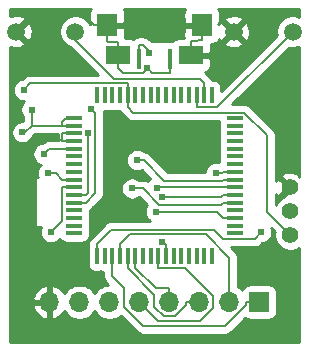
<source format=gbl>
G04 #@! TF.GenerationSoftware,KiCad,Pcbnew,(5.1.9-0-10_14)*
G04 #@! TF.CreationDate,2021-04-11T20:05:45+09:00*
G04 #@! TF.ProjectId,RL78Display,524c3738-4469-4737-906c-61792e6b6963,V1.0*
G04 #@! TF.SameCoordinates,Original*
G04 #@! TF.FileFunction,Copper,L2,Bot*
G04 #@! TF.FilePolarity,Positive*
%FSLAX46Y46*%
G04 Gerber Fmt 4.6, Leading zero omitted, Abs format (unit mm)*
G04 Created by KiCad (PCBNEW (5.1.9-0-10_14)) date 2021-04-11 20:05:45*
%MOMM*%
%LPD*%
G01*
G04 APERTURE LIST*
G04 #@! TA.AperFunction,ComponentPad*
%ADD10C,1.500000*%
G04 #@! TD*
G04 #@! TA.AperFunction,SMDPad,CuDef*
%ADD11R,1.400000X0.300000*%
G04 #@! TD*
G04 #@! TA.AperFunction,SMDPad,CuDef*
%ADD12R,0.300000X1.400000*%
G04 #@! TD*
G04 #@! TA.AperFunction,ComponentPad*
%ADD13C,1.400000*%
G04 #@! TD*
G04 #@! TA.AperFunction,ComponentPad*
%ADD14O,1.700000X1.700000*%
G04 #@! TD*
G04 #@! TA.AperFunction,ComponentPad*
%ADD15R,1.700000X1.700000*%
G04 #@! TD*
G04 #@! TA.AperFunction,SMDPad,CuDef*
%ADD16R,1.800000X1.900000*%
G04 #@! TD*
G04 #@! TA.AperFunction,SMDPad,CuDef*
%ADD17R,2.100000X1.600000*%
G04 #@! TD*
G04 #@! TA.AperFunction,SMDPad,CuDef*
%ADD18R,0.300000X1.750000*%
G04 #@! TD*
G04 #@! TA.AperFunction,ViaPad*
%ADD19C,0.609600*%
G04 #@! TD*
G04 #@! TA.AperFunction,Conductor*
%ADD20C,0.203200*%
G04 #@! TD*
G04 #@! TA.AperFunction,Conductor*
%ADD21C,0.254000*%
G04 #@! TD*
G04 #@! TA.AperFunction,Conductor*
%ADD22C,0.100000*%
G04 #@! TD*
G04 APERTURE END LIST*
D10*
X11700000Y12200000D03*
X6700000Y12200000D03*
X-6700000Y12200000D03*
X-11700000Y12200000D03*
D11*
X-6800000Y-4875000D03*
X-6800000Y-4225000D03*
X-6800000Y-3575000D03*
X-6800000Y-2925000D03*
X-6800000Y-2275000D03*
X-6800000Y-1625000D03*
X-6800000Y-975000D03*
X-6800000Y-325000D03*
X-6800000Y325000D03*
X-6800000Y975000D03*
X-6800000Y1625000D03*
X-6800000Y2275000D03*
X-6800000Y2925000D03*
X-6850000Y3575000D03*
X-6800000Y4225000D03*
X-6800000Y4875000D03*
D12*
X-4875000Y6800000D03*
X-4225000Y6800000D03*
X-3575000Y6800000D03*
X-2925000Y6800000D03*
X-2275000Y6800000D03*
X-1625000Y6800000D03*
X-975000Y6800000D03*
X-325000Y6800000D03*
X325000Y6800000D03*
X975000Y6800000D03*
X1625000Y6800000D03*
X2275000Y6800000D03*
X2925000Y6800000D03*
X3575000Y6800000D03*
X4225000Y6800000D03*
X4875000Y6800000D03*
D11*
X6800000Y4875000D03*
X6800000Y4225000D03*
X6800000Y3575000D03*
X6800000Y2925000D03*
X6800000Y2275000D03*
X6800000Y1625000D03*
X6800000Y975000D03*
X6800000Y325000D03*
X6800000Y-325000D03*
X6800000Y-975000D03*
X6800000Y-1625000D03*
X6800000Y-2275000D03*
X6800000Y-2925000D03*
X6800000Y-3575000D03*
X6800000Y-4225000D03*
X6800000Y-4875000D03*
D12*
X4875000Y-6800000D03*
X4225000Y-6800000D03*
X3575000Y-6800000D03*
X2925000Y-6800000D03*
X2275000Y-6800000D03*
X1625000Y-6800000D03*
X975000Y-6800000D03*
X325000Y-6800000D03*
X-325000Y-6800000D03*
X-975000Y-6800000D03*
X-1625000Y-6800000D03*
X-2275000Y-6800000D03*
X-2925000Y-6800000D03*
X-3575000Y-6800000D03*
X-4225000Y-6800000D03*
X-4875000Y-6800000D03*
D13*
X11500000Y-5000000D03*
X11500000Y-3000000D03*
X11500000Y-1000000D03*
D14*
X-8890000Y-10700000D03*
X-6350000Y-10700000D03*
X-3810000Y-10700000D03*
X-1270000Y-10700000D03*
X1270000Y-10700000D03*
X3810000Y-10700000D03*
X6350000Y-10700000D03*
D15*
X8890000Y-10700000D03*
D16*
X4000000Y12750000D03*
X-4000000Y12750000D03*
D17*
X3100000Y10200000D03*
X-3100000Y10200000D03*
D18*
X1300000Y9900000D03*
X-1300000Y9875000D03*
D19*
X-9000000Y218800D03*
X-8780000Y-4780000D03*
X-11068800Y7268200D03*
X-422100Y10360300D03*
X-5328700Y5606600D03*
X-5636000Y3575000D03*
X681700Y-5584800D03*
X-1473600Y1314600D03*
X-1886600Y-1084800D03*
X103800Y-3039600D03*
X634800Y-1790200D03*
X181400Y-1013200D03*
X5216700Y237500D03*
X9025500Y-4795400D03*
X-628900Y9130200D03*
X-11175600Y3674400D03*
X-10400000Y5600000D03*
X-9388900Y1838900D03*
D20*
X-7805100Y-325000D02*
X-8348900Y218800D01*
X-8348900Y218800D02*
X-9000000Y218800D01*
X-6800000Y-325000D02*
X-7805100Y-325000D01*
X-7805100Y-975000D02*
X-6800000Y-975000D01*
X-7805100Y-3805100D02*
X-7805100Y-975000D01*
X-8780000Y-4780000D02*
X-7805100Y-3805100D01*
X-2275000Y6800000D02*
X-2275000Y5794900D01*
X-2275000Y5794900D02*
X-1810300Y5330200D01*
X-1810300Y5330200D02*
X7626400Y5330200D01*
X7626400Y5330200D02*
X9550100Y3406500D01*
X9550100Y3406500D02*
X9550100Y-3050100D01*
X9550100Y-3050100D02*
X11500000Y-5000000D01*
X-2275000Y7302600D02*
X-2275000Y6800000D01*
X-2275000Y7302600D02*
X-2275000Y7805100D01*
X-2275000Y7805100D02*
X-10531900Y7805100D01*
X-10531900Y7805100D02*
X-11068800Y7268200D01*
X-1300000Y9875000D02*
X-1300000Y11055100D01*
X-1300000Y11055100D02*
X-958600Y11055100D01*
X-958600Y11055100D02*
X-422200Y10518700D01*
X-422200Y10518700D02*
X-422200Y10360300D01*
X-422200Y10360300D02*
X-422100Y10360300D01*
X-6800000Y-2275000D02*
X-5794900Y-2275000D01*
X-5328700Y5606600D02*
X-5020400Y5298300D01*
X-5020400Y5298300D02*
X-5020400Y-1500500D01*
X-5020400Y-1500500D02*
X-5794900Y-2275000D01*
X-6800000Y-1625000D02*
X-5794900Y-1625000D01*
X-5636000Y3575000D02*
X-5636000Y-1466100D01*
X-5636000Y-1466100D02*
X-5794900Y-1625000D01*
X975000Y-6800000D02*
X975000Y-5794900D01*
X975000Y-5794900D02*
X891800Y-5794900D01*
X891800Y-5794900D02*
X681700Y-5584800D01*
X325000Y-7805100D02*
X2560000Y-7805100D01*
X2560000Y-7805100D02*
X4982500Y-10227600D01*
X4982500Y-10227600D02*
X4982500Y-11196500D01*
X4982500Y-11196500D02*
X3879100Y-12299900D01*
X3879100Y-12299900D02*
X329900Y-12299900D01*
X329900Y-12299900D02*
X-1270000Y-10700000D01*
X325000Y-6800000D02*
X325000Y-7805100D01*
X-1625000Y-6800000D02*
X-1625000Y-7805100D01*
X1270000Y-10700000D02*
X1270000Y-9544900D01*
X1270000Y-9544900D02*
X114800Y-9544900D01*
X114800Y-9544900D02*
X-1625000Y-7805100D01*
X-2275000Y-7805100D02*
X0Y-10080100D01*
X0Y-10080100D02*
X0Y-11084500D01*
X0Y-11084500D02*
X800900Y-11885400D01*
X800900Y-11885400D02*
X1758300Y-11885400D01*
X1758300Y-11885400D02*
X2654900Y-10988800D01*
X2654900Y-10988800D02*
X2654900Y-10700000D01*
X-2275000Y-6800000D02*
X-2275000Y-7805100D01*
X3810000Y-10700000D02*
X2654900Y-10700000D01*
X-2925000Y-5794900D02*
X-2098200Y-4968100D01*
X-2098200Y-4968100D02*
X4357600Y-4968100D01*
X4357600Y-4968100D02*
X6350000Y-6960500D01*
X6350000Y-6960500D02*
X6350000Y-10700000D01*
X-2925000Y-6800000D02*
X-2925000Y-5794900D01*
X8890000Y-10700000D02*
X7734900Y-10700000D01*
X7734900Y-10700000D02*
X7734900Y-10988800D01*
X7734900Y-10988800D02*
X5984300Y-12739400D01*
X5984300Y-12739400D02*
X-929600Y-12739400D01*
X-929600Y-12739400D02*
X-2573300Y-11095700D01*
X-2573300Y-11095700D02*
X-2573300Y-9511800D01*
X-2573300Y-9511800D02*
X-3575000Y-8510100D01*
X-3575000Y-8510100D02*
X-3575000Y-6800000D01*
X5794900Y-325000D02*
X5697500Y-422400D01*
X5697500Y-422400D02*
X850000Y-422400D01*
X850000Y-422400D02*
X-887000Y1314600D01*
X-887000Y1314600D02*
X-1473600Y1314600D01*
X6800000Y-325000D02*
X5794900Y-325000D01*
X6800000Y-2275000D02*
X5794900Y-2275000D01*
X5794900Y-2275000D02*
X5600100Y-2469800D01*
X5600100Y-2469800D02*
X396700Y-2469800D01*
X396700Y-2469800D02*
X-988200Y-1084900D01*
X-988200Y-1084900D02*
X-1886600Y-1084900D01*
X-1886600Y-1084900D02*
X-1886600Y-1084800D01*
X5794900Y-3575000D02*
X5259500Y-3039600D01*
X5259500Y-3039600D02*
X103800Y-3039600D01*
X6800000Y-3575000D02*
X5794900Y-3575000D01*
X6800000Y-1625000D02*
X5794900Y-1625000D01*
X634800Y-1790200D02*
X5629700Y-1790200D01*
X5629700Y-1790200D02*
X5794900Y-1625000D01*
X6800000Y-975000D02*
X219600Y-975000D01*
X219600Y-975000D02*
X181400Y-1013200D01*
X6800000Y325000D02*
X5794900Y325000D01*
X5216700Y237500D02*
X5707400Y237500D01*
X5707400Y237500D02*
X5794900Y325000D01*
X-4875000Y-6800000D02*
X-4875000Y-5794900D01*
X9025500Y-4795400D02*
X8490700Y-5330200D01*
X8490700Y-5330200D02*
X5794800Y-5330200D01*
X5794800Y-5330200D02*
X5025900Y-4561300D01*
X5025900Y-4561300D02*
X-3641400Y-4561300D01*
X-3641400Y-4561300D02*
X-4875000Y-5794900D01*
X4225000Y6800000D02*
X4225000Y7805100D01*
X4225000Y7805100D02*
X3818200Y8211900D01*
X3818200Y8211900D02*
X-3413100Y8211900D01*
X-3413100Y8211900D02*
X-6700000Y11498800D01*
X-6700000Y11498800D02*
X-6700000Y12200000D01*
X3575000Y6800000D02*
X3575000Y5794900D01*
X3575000Y5794900D02*
X5294900Y5794900D01*
X5294900Y5794900D02*
X11700000Y12200000D01*
X-6800000Y2925000D02*
X-7805100Y2925000D01*
X-7855100Y3036800D02*
X-7805100Y2986800D01*
X-7805100Y2986800D02*
X-7805100Y2925000D01*
X-10032500Y3036800D02*
X-7855100Y3036800D01*
X-7855100Y3036800D02*
X-7855100Y3575000D01*
X-11700000Y12200000D02*
X-11799400Y12100600D01*
X-6850000Y3575000D02*
X-7855100Y3575000D01*
X-577600Y9078900D02*
X-628900Y9130200D01*
X1300000Y8719900D02*
X-218600Y8719900D01*
X-218600Y8719900D02*
X-577600Y9078900D01*
X-577600Y9078900D02*
X-981500Y8675000D01*
X-981500Y8675000D02*
X-2680100Y8675000D01*
X-2680100Y8675000D02*
X-3100000Y9094900D01*
X-3100000Y10200000D02*
X-3100000Y9094900D01*
X-3100000Y10200000D02*
X-3100000Y11305100D01*
X1300000Y9900000D02*
X1300000Y8719900D01*
X1300000Y9928600D02*
X1300000Y9900000D01*
X4000000Y12750000D02*
X4000000Y11494900D01*
X3717400Y11494900D02*
X4000000Y11494900D01*
X4000000Y12750000D02*
X-4000000Y12750000D01*
X3100000Y10200000D02*
X3100000Y11400000D01*
X3622500Y11400000D02*
X3717400Y11494900D01*
X3100000Y11400000D02*
X3622500Y11400000D01*
X-4000000Y12750000D02*
X-4000000Y11400000D01*
X-3905100Y11305100D02*
X-3100000Y11305100D01*
X-4000000Y11400000D02*
X-3905100Y11305100D01*
X-11700000Y12200000D02*
X-10700000Y11200000D01*
X-10700000Y11200000D02*
X-10700000Y10000000D01*
X-4000000Y12750000D02*
X-5150000Y12750000D01*
X-5150000Y12750000D02*
X-6300000Y13900000D01*
X-10000000Y13900000D02*
X-11700000Y12200000D01*
X-6300000Y13900000D02*
X-10000000Y13900000D01*
X-10700000Y10000000D02*
X-12200000Y8500000D01*
X-12200000Y8500000D02*
X-12200000Y2600000D01*
X-10469300Y2600000D02*
X-10032500Y3036800D01*
X-12200000Y2600000D02*
X-10469300Y2600000D01*
X-8890000Y-9210000D02*
X-10469300Y-7630700D01*
X-10469300Y-7630700D02*
X-10469300Y2600000D01*
X-8890000Y-10700000D02*
X-8890000Y-9210000D01*
X-10400000Y4225000D02*
X-10950600Y3674400D01*
X-10950600Y3674400D02*
X-11175600Y3674400D01*
X-10400000Y4225000D02*
X-10400000Y5600000D01*
X-7805100Y4225000D02*
X-10400000Y4225000D01*
X-6800000Y4225000D02*
X-7805100Y4225000D01*
X-7302500Y4875000D02*
X-7496500Y4875000D01*
X-7496500Y4875000D02*
X-7805100Y4566400D01*
X-7805100Y4566400D02*
X-7805100Y4225000D01*
X-6800000Y4875000D02*
X-7302500Y4875000D01*
X-6800000Y2275000D02*
X-8952800Y2275000D01*
X-8952800Y2275000D02*
X-9388900Y1838900D01*
D21*
X-5430537Y14054494D02*
X-5489502Y13944180D01*
X-5525812Y13824482D01*
X-5538072Y13700000D01*
X-5535000Y13035750D01*
X-5376252Y12877002D01*
X-5486633Y12877002D01*
X-5624201Y13082886D01*
X-5817114Y13275799D01*
X-6043957Y13427371D01*
X-6296011Y13531775D01*
X-6563589Y13585000D01*
X-6836411Y13585000D01*
X-7103989Y13531775D01*
X-7356043Y13427371D01*
X-7582886Y13275799D01*
X-7775799Y13082886D01*
X-7927371Y12856043D01*
X-8031775Y12603989D01*
X-8085000Y12336411D01*
X-8085000Y12063589D01*
X-8031775Y11796011D01*
X-7927371Y11543957D01*
X-7775799Y11317114D01*
X-7582886Y11124201D01*
X-7356043Y10972629D01*
X-7116186Y10873277D01*
X-4784610Y8541700D01*
X-10495725Y8541700D01*
X-10531901Y8545263D01*
X-10568077Y8541700D01*
X-10568086Y8541700D01*
X-10676299Y8531042D01*
X-10815149Y8488922D01*
X-10943113Y8420524D01*
X-10943115Y8420523D01*
X-10943114Y8420523D01*
X-11021371Y8356299D01*
X-11055275Y8328475D01*
X-11078341Y8300368D01*
X-11173031Y8205679D01*
X-11342929Y8171884D01*
X-11513962Y8101040D01*
X-11667887Y7998190D01*
X-11798790Y7867287D01*
X-11901640Y7713362D01*
X-11972484Y7542329D01*
X-12008600Y7360762D01*
X-12008600Y7175638D01*
X-11972484Y6994071D01*
X-11901640Y6823038D01*
X-11798790Y6669113D01*
X-11667887Y6538210D01*
X-11513962Y6435360D01*
X-11342929Y6364516D01*
X-11161362Y6328400D01*
X-11000677Y6328400D01*
X-11129990Y6199087D01*
X-11232840Y6045162D01*
X-11303684Y5874129D01*
X-11339800Y5692562D01*
X-11339800Y5507438D01*
X-11303684Y5325871D01*
X-11232840Y5154838D01*
X-11136599Y5010805D01*
X-11136600Y4614200D01*
X-11268162Y4614200D01*
X-11449729Y4578084D01*
X-11620762Y4507240D01*
X-11774687Y4404390D01*
X-11905590Y4273487D01*
X-12008440Y4119562D01*
X-12079284Y3948529D01*
X-12115400Y3766962D01*
X-12115400Y3581838D01*
X-12079284Y3400271D01*
X-12008440Y3229238D01*
X-11905590Y3075313D01*
X-11774687Y2944410D01*
X-11620762Y2841560D01*
X-11449729Y2770716D01*
X-11268162Y2734600D01*
X-11083038Y2734600D01*
X-10901471Y2770716D01*
X-10730438Y2841560D01*
X-10576513Y2944410D01*
X-10445610Y3075313D01*
X-10342760Y3229238D01*
X-10334775Y3248516D01*
X-10094890Y3488400D01*
X-8185000Y3488400D01*
X-8185000Y3447998D01*
X-8130252Y3447998D01*
X-8185000Y3393250D01*
X-8173794Y3290771D01*
X-8135621Y3171654D01*
X-8129174Y3160032D01*
X-8135000Y3106750D01*
X-8080252Y3052002D01*
X-8135000Y3052002D01*
X-8135000Y3011600D01*
X-8916614Y3011600D01*
X-8952800Y3015164D01*
X-8988986Y3011600D01*
X-9097199Y3000942D01*
X-9236049Y2958822D01*
X-9364013Y2890424D01*
X-9476175Y2798375D01*
X-9494441Y2776118D01*
X-9663029Y2742584D01*
X-9834062Y2671740D01*
X-9987987Y2568890D01*
X-10118890Y2437987D01*
X-10221740Y2284062D01*
X-10292584Y2113029D01*
X-10328700Y1931462D01*
X-10328700Y1746338D01*
X-10292584Y1564771D01*
X-10221740Y1393738D01*
X-10118890Y1239813D01*
X-9987987Y1108910D01*
X-9834062Y1006060D01*
X-9663029Y935216D01*
X-9621018Y926859D01*
X-9729990Y817887D01*
X-9832840Y663962D01*
X-9903684Y492929D01*
X-9939800Y311362D01*
X-9939800Y126238D01*
X-9903684Y-55329D01*
X-9896364Y-73000D01*
X-10000000Y-73000D01*
X-10024776Y-75440D01*
X-10048601Y-82667D01*
X-10070557Y-94403D01*
X-10089803Y-110197D01*
X-10105597Y-129443D01*
X-10117333Y-151399D01*
X-10124560Y-175224D01*
X-10127000Y-200000D01*
X-10127000Y-4200000D01*
X-10124560Y-4224776D01*
X-10117333Y-4248601D01*
X-10105597Y-4270557D01*
X-10089803Y-4289803D01*
X-10070557Y-4305597D01*
X-10048601Y-4317333D01*
X-10024776Y-4324560D01*
X-10000000Y-4327000D01*
X-9607603Y-4327000D01*
X-9612840Y-4334838D01*
X-9683684Y-4505871D01*
X-9719800Y-4687438D01*
X-9719800Y-4872562D01*
X-9683684Y-5054129D01*
X-9612840Y-5225162D01*
X-9509990Y-5379087D01*
X-9379087Y-5509990D01*
X-9225162Y-5612840D01*
X-9054129Y-5683684D01*
X-8872562Y-5719800D01*
X-8687438Y-5719800D01*
X-8505871Y-5683684D01*
X-8334838Y-5612840D01*
X-8180913Y-5509990D01*
X-8050010Y-5379087D01*
X-8039312Y-5363077D01*
X-8030537Y-5379494D01*
X-7951185Y-5476185D01*
X-7854494Y-5555537D01*
X-7744180Y-5614502D01*
X-7624482Y-5650812D01*
X-7500000Y-5663072D01*
X-6100000Y-5663072D01*
X-5975518Y-5650812D01*
X-5855820Y-5614502D01*
X-5745506Y-5555537D01*
X-5648815Y-5476185D01*
X-5569463Y-5379494D01*
X-5510498Y-5269180D01*
X-5474188Y-5149482D01*
X-5461928Y-5025000D01*
X-5461928Y-4725000D01*
X-5474188Y-4600518D01*
X-5489512Y-4550000D01*
X-5474188Y-4499482D01*
X-5461928Y-4375000D01*
X-5461928Y-4075000D01*
X-5474188Y-3950518D01*
X-5489512Y-3900000D01*
X-5474188Y-3849482D01*
X-5461928Y-3725000D01*
X-5461928Y-3425000D01*
X-5474188Y-3300518D01*
X-5489512Y-3250000D01*
X-5474188Y-3199482D01*
X-5461928Y-3075000D01*
X-5461928Y-2932245D01*
X-5383687Y-2890424D01*
X-5271525Y-2798375D01*
X-5248454Y-2770263D01*
X-4525137Y-2046946D01*
X-4497025Y-2023875D01*
X-4404976Y-1911713D01*
X-4336578Y-1783749D01*
X-4294458Y-1644899D01*
X-4283800Y-1536686D01*
X-4283800Y-1536677D01*
X-4280237Y-1500501D01*
X-4283800Y-1464325D01*
X-4283800Y5262125D01*
X-4280237Y5298301D01*
X-4283800Y5334477D01*
X-4283800Y5334486D01*
X-4294458Y5442699D01*
X-4300291Y5461928D01*
X-4075000Y5461928D01*
X-3950518Y5474188D01*
X-3900000Y5489512D01*
X-3849482Y5474188D01*
X-3725000Y5461928D01*
X-3425000Y5461928D01*
X-3300518Y5474188D01*
X-3250000Y5489512D01*
X-3199482Y5474188D01*
X-3075000Y5461928D01*
X-2932244Y5461928D01*
X-2890424Y5383688D01*
X-2846527Y5330200D01*
X-2798374Y5271525D01*
X-2770268Y5248459D01*
X-2356746Y4834937D01*
X-2333675Y4806825D01*
X-2221513Y4714776D01*
X-2093549Y4646378D01*
X-1954699Y4604258D01*
X-1846486Y4593600D01*
X-1846477Y4593600D01*
X-1810301Y4590037D01*
X-1774125Y4593600D01*
X5476287Y4593600D01*
X5489512Y4550000D01*
X5474188Y4499482D01*
X5461928Y4375000D01*
X5461928Y4075000D01*
X5474188Y3950518D01*
X5489512Y3900000D01*
X5474188Y3849482D01*
X5461928Y3725000D01*
X5461928Y3425000D01*
X5474188Y3300518D01*
X5489512Y3250000D01*
X5474188Y3199482D01*
X5461928Y3075000D01*
X5461928Y2775000D01*
X5474188Y2650518D01*
X5489512Y2600000D01*
X5474188Y2549482D01*
X5461928Y2425000D01*
X5461928Y2125000D01*
X5474188Y2000518D01*
X5489512Y1950000D01*
X5474188Y1899482D01*
X5461928Y1775000D01*
X5461928Y1475000D01*
X5474188Y1350518D01*
X5489512Y1300000D01*
X5474188Y1249482D01*
X5464047Y1146511D01*
X5309262Y1177300D01*
X5124138Y1177300D01*
X4942571Y1141184D01*
X4771538Y1070340D01*
X4617613Y967490D01*
X4486710Y836587D01*
X4383860Y682662D01*
X4313016Y511629D01*
X4276900Y330062D01*
X4276900Y314200D01*
X1155110Y314200D01*
X-340555Y1809864D01*
X-363625Y1837975D01*
X-475787Y1930024D01*
X-603751Y1998422D01*
X-742601Y2040542D01*
X-850814Y2051200D01*
X-850817Y2051200D01*
X-887000Y2054764D01*
X-889387Y2054529D01*
X-1028438Y2147440D01*
X-1199471Y2218284D01*
X-1381038Y2254400D01*
X-1566162Y2254400D01*
X-1747729Y2218284D01*
X-1918762Y2147440D01*
X-2072687Y2044590D01*
X-2203590Y1913687D01*
X-2306440Y1759762D01*
X-2377284Y1588729D01*
X-2413400Y1407162D01*
X-2413400Y1222038D01*
X-2377284Y1040471D01*
X-2306440Y869438D01*
X-2203590Y715513D01*
X-2072687Y584610D01*
X-1918762Y481760D01*
X-1747729Y410916D01*
X-1566162Y374800D01*
X-1381038Y374800D01*
X-1199471Y410916D01*
X-1076119Y462010D01*
X-365662Y-248448D01*
X-417687Y-283210D01*
X-548590Y-414113D01*
X-583321Y-466091D01*
X-704951Y-401078D01*
X-843801Y-358958D01*
X-952014Y-348300D01*
X-952017Y-348300D01*
X-988200Y-344736D01*
X-1024383Y-348300D01*
X-1297256Y-348300D01*
X-1441438Y-251960D01*
X-1612471Y-181116D01*
X-1794038Y-145000D01*
X-1979162Y-145000D01*
X-2160729Y-181116D01*
X-2331762Y-251960D01*
X-2485687Y-354810D01*
X-2616590Y-485713D01*
X-2719440Y-639638D01*
X-2790284Y-810671D01*
X-2826400Y-992238D01*
X-2826400Y-1177362D01*
X-2790284Y-1358929D01*
X-2719440Y-1529962D01*
X-2616590Y-1683887D01*
X-2485687Y-1814790D01*
X-2331762Y-1917640D01*
X-2160729Y-1988484D01*
X-1979162Y-2024600D01*
X-1794038Y-2024600D01*
X-1612471Y-1988484D01*
X-1441438Y-1917640D01*
X-1297555Y-1821500D01*
X-1293309Y-1821500D01*
X-645459Y-2469350D01*
X-729040Y-2594438D01*
X-799884Y-2765471D01*
X-836000Y-2947038D01*
X-836000Y-3132162D01*
X-799884Y-3313729D01*
X-729040Y-3484762D01*
X-626190Y-3638687D01*
X-495287Y-3769590D01*
X-412810Y-3824700D01*
X-3605214Y-3824700D01*
X-3641400Y-3821136D01*
X-3677586Y-3824700D01*
X-3785799Y-3835358D01*
X-3924649Y-3877478D01*
X-4052613Y-3945876D01*
X-4164775Y-4037925D01*
X-4187841Y-4066031D01*
X-5370268Y-5248459D01*
X-5398374Y-5271525D01*
X-5421440Y-5299631D01*
X-5421442Y-5299633D01*
X-5490424Y-5383688D01*
X-5558822Y-5511653D01*
X-5562377Y-5523374D01*
X-5600940Y-5650500D01*
X-5600941Y-5650502D01*
X-5615164Y-5794900D01*
X-5611599Y-5831093D01*
X-5611599Y-5850389D01*
X-5614502Y-5855820D01*
X-5650812Y-5975518D01*
X-5663072Y-6100000D01*
X-5663072Y-7500000D01*
X-5650812Y-7624482D01*
X-5614502Y-7744180D01*
X-5555537Y-7854494D01*
X-5476185Y-7951185D01*
X-5379494Y-8030537D01*
X-5269180Y-8089502D01*
X-5149482Y-8125812D01*
X-5025000Y-8138072D01*
X-4725000Y-8138072D01*
X-4600518Y-8125812D01*
X-4550000Y-8110488D01*
X-4499482Y-8125812D01*
X-4375000Y-8138072D01*
X-4311600Y-8138072D01*
X-4311600Y-8473916D01*
X-4315164Y-8510100D01*
X-4311600Y-8546283D01*
X-4311600Y-8546285D01*
X-4300942Y-8654498D01*
X-4258822Y-8793348D01*
X-4190424Y-8921312D01*
X-4098375Y-9033474D01*
X-4070268Y-9056541D01*
X-3911809Y-9215000D01*
X-3956260Y-9215000D01*
X-4243158Y-9272068D01*
X-4513411Y-9384010D01*
X-4756632Y-9546525D01*
X-4963475Y-9753368D01*
X-5080000Y-9927760D01*
X-5196525Y-9753368D01*
X-5403368Y-9546525D01*
X-5646589Y-9384010D01*
X-5916842Y-9272068D01*
X-6203740Y-9215000D01*
X-6496260Y-9215000D01*
X-6783158Y-9272068D01*
X-7053411Y-9384010D01*
X-7296632Y-9546525D01*
X-7503475Y-9753368D01*
X-7625195Y-9935534D01*
X-7694822Y-9818645D01*
X-7889731Y-9602412D01*
X-8123080Y-9428359D01*
X-8385901Y-9303175D01*
X-8533110Y-9258524D01*
X-8763000Y-9379845D01*
X-8763000Y-10573000D01*
X-8743000Y-10573000D01*
X-8743000Y-10827000D01*
X-8763000Y-10827000D01*
X-8763000Y-12020155D01*
X-8533110Y-12141476D01*
X-8385901Y-12096825D01*
X-8123080Y-11971641D01*
X-7889731Y-11797588D01*
X-7694822Y-11581355D01*
X-7625195Y-11464466D01*
X-7503475Y-11646632D01*
X-7296632Y-11853475D01*
X-7053411Y-12015990D01*
X-6783158Y-12127932D01*
X-6496260Y-12185000D01*
X-6203740Y-12185000D01*
X-5916842Y-12127932D01*
X-5646589Y-12015990D01*
X-5403368Y-11853475D01*
X-5196525Y-11646632D01*
X-5080000Y-11472240D01*
X-4963475Y-11646632D01*
X-4756632Y-11853475D01*
X-4513411Y-12015990D01*
X-4243158Y-12127932D01*
X-3956260Y-12185000D01*
X-3663740Y-12185000D01*
X-3376842Y-12127932D01*
X-3106589Y-12015990D01*
X-2863368Y-11853475D01*
X-2860301Y-11850408D01*
X-1476041Y-13234669D01*
X-1452975Y-13262775D01*
X-1340813Y-13354824D01*
X-1212849Y-13423222D01*
X-1074002Y-13465341D01*
X-1073999Y-13465342D01*
X-929600Y-13479564D01*
X-893414Y-13476000D01*
X5948117Y-13476000D01*
X5984300Y-13479564D01*
X6020483Y-13476000D01*
X6020486Y-13476000D01*
X6128699Y-13465342D01*
X6267549Y-13423222D01*
X6395513Y-13354824D01*
X6507675Y-13262775D01*
X6530745Y-13234664D01*
X7685158Y-12080252D01*
X7685506Y-12080537D01*
X7795820Y-12139502D01*
X7915518Y-12175812D01*
X8040000Y-12188072D01*
X9740000Y-12188072D01*
X9864482Y-12175812D01*
X9984180Y-12139502D01*
X10094494Y-12080537D01*
X10191185Y-12001185D01*
X10270537Y-11904494D01*
X10329502Y-11794180D01*
X10365812Y-11674482D01*
X10378072Y-11550000D01*
X10378072Y-9850000D01*
X10365812Y-9725518D01*
X10329502Y-9605820D01*
X10270537Y-9495506D01*
X10191185Y-9398815D01*
X10094494Y-9319463D01*
X9984180Y-9260498D01*
X9864482Y-9224188D01*
X9740000Y-9211928D01*
X8040000Y-9211928D01*
X7915518Y-9224188D01*
X7795820Y-9260498D01*
X7685506Y-9319463D01*
X7588815Y-9398815D01*
X7509463Y-9495506D01*
X7450498Y-9605820D01*
X7428487Y-9678380D01*
X7296632Y-9546525D01*
X7086600Y-9406186D01*
X7086600Y-6996675D01*
X7090163Y-6960499D01*
X7086600Y-6924323D01*
X7086600Y-6924314D01*
X7075942Y-6816101D01*
X7033822Y-6677251D01*
X6965424Y-6549287D01*
X6915524Y-6488484D01*
X6896442Y-6465232D01*
X6896437Y-6465227D01*
X6873374Y-6437125D01*
X6845273Y-6414063D01*
X6498010Y-6066800D01*
X8454517Y-6066800D01*
X8490700Y-6070364D01*
X8526883Y-6066800D01*
X8526886Y-6066800D01*
X8635099Y-6056142D01*
X8773949Y-6014022D01*
X8901913Y-5945624D01*
X9014075Y-5853575D01*
X9037146Y-5825463D01*
X9129730Y-5732879D01*
X9299629Y-5699084D01*
X9470662Y-5628240D01*
X9624587Y-5525390D01*
X9755490Y-5394487D01*
X9858340Y-5240562D01*
X9929184Y-5069529D01*
X9965300Y-4887962D01*
X9965300Y-4702838D01*
X9929184Y-4521271D01*
X9893562Y-4435271D01*
X10191845Y-4733555D01*
X10165000Y-4868514D01*
X10165000Y-5131486D01*
X10216304Y-5389405D01*
X10316939Y-5632359D01*
X10463038Y-5851013D01*
X10648987Y-6036962D01*
X10867641Y-6183061D01*
X11110595Y-6283696D01*
X11368514Y-6335000D01*
X11631486Y-6335000D01*
X11889405Y-6283696D01*
X12132359Y-6183061D01*
X12240001Y-6111138D01*
X12240001Y-14090000D01*
X-12240000Y-14090000D01*
X-12240000Y-11056891D01*
X-10331481Y-11056891D01*
X-10234157Y-11331252D01*
X-10085178Y-11581355D01*
X-9890269Y-11797588D01*
X-9656920Y-11971641D01*
X-9394099Y-12096825D01*
X-9246890Y-12141476D01*
X-9017000Y-12020155D01*
X-9017000Y-10827000D01*
X-10210814Y-10827000D01*
X-10331481Y-11056891D01*
X-12240000Y-11056891D01*
X-12240000Y-10343109D01*
X-10331481Y-10343109D01*
X-10210814Y-10573000D01*
X-9017000Y-10573000D01*
X-9017000Y-9379845D01*
X-9246890Y-9258524D01*
X-9394099Y-9303175D01*
X-9656920Y-9428359D01*
X-9890269Y-9602412D01*
X-10085178Y-9818645D01*
X-10234157Y-10068748D01*
X-10331481Y-10343109D01*
X-12240000Y-10343109D01*
X-12240000Y10923490D01*
X-12164884Y10888240D01*
X-11900040Y10822750D01*
X-11627508Y10810188D01*
X-11357762Y10851035D01*
X-11101168Y10943723D01*
X-10988137Y11004140D01*
X-10922612Y11243007D01*
X-11700000Y12020395D01*
X-11714143Y12006253D01*
X-11893748Y12185858D01*
X-11879605Y12200000D01*
X-11520395Y12200000D01*
X-10743007Y11422612D01*
X-10504140Y11488137D01*
X-10388240Y11735116D01*
X-10322750Y11999960D01*
X-10310188Y12272492D01*
X-10351035Y12542238D01*
X-10443723Y12798832D01*
X-10504140Y12911863D01*
X-10743007Y12977388D01*
X-11520395Y12200000D01*
X-11879605Y12200000D01*
X-11893748Y12214143D01*
X-11714143Y12393748D01*
X-11700000Y12379605D01*
X-10922612Y13156993D01*
X-10988137Y13395860D01*
X-11235116Y13511760D01*
X-11499960Y13577250D01*
X-11772492Y13589812D01*
X-12042238Y13548965D01*
X-12240000Y13477529D01*
X-12240000Y14090000D01*
X-5401398Y14090000D01*
X-5430537Y14054494D01*
G04 #@! TA.AperFunction,Conductor*
D22*
G36*
X-5430537Y14054494D02*
G01*
X-5489502Y13944180D01*
X-5525812Y13824482D01*
X-5538072Y13700000D01*
X-5535000Y13035750D01*
X-5376252Y12877002D01*
X-5486633Y12877002D01*
X-5624201Y13082886D01*
X-5817114Y13275799D01*
X-6043957Y13427371D01*
X-6296011Y13531775D01*
X-6563589Y13585000D01*
X-6836411Y13585000D01*
X-7103989Y13531775D01*
X-7356043Y13427371D01*
X-7582886Y13275799D01*
X-7775799Y13082886D01*
X-7927371Y12856043D01*
X-8031775Y12603989D01*
X-8085000Y12336411D01*
X-8085000Y12063589D01*
X-8031775Y11796011D01*
X-7927371Y11543957D01*
X-7775799Y11317114D01*
X-7582886Y11124201D01*
X-7356043Y10972629D01*
X-7116186Y10873277D01*
X-4784610Y8541700D01*
X-10495725Y8541700D01*
X-10531901Y8545263D01*
X-10568077Y8541700D01*
X-10568086Y8541700D01*
X-10676299Y8531042D01*
X-10815149Y8488922D01*
X-10943113Y8420524D01*
X-10943115Y8420523D01*
X-10943114Y8420523D01*
X-11021371Y8356299D01*
X-11055275Y8328475D01*
X-11078341Y8300368D01*
X-11173031Y8205679D01*
X-11342929Y8171884D01*
X-11513962Y8101040D01*
X-11667887Y7998190D01*
X-11798790Y7867287D01*
X-11901640Y7713362D01*
X-11972484Y7542329D01*
X-12008600Y7360762D01*
X-12008600Y7175638D01*
X-11972484Y6994071D01*
X-11901640Y6823038D01*
X-11798790Y6669113D01*
X-11667887Y6538210D01*
X-11513962Y6435360D01*
X-11342929Y6364516D01*
X-11161362Y6328400D01*
X-11000677Y6328400D01*
X-11129990Y6199087D01*
X-11232840Y6045162D01*
X-11303684Y5874129D01*
X-11339800Y5692562D01*
X-11339800Y5507438D01*
X-11303684Y5325871D01*
X-11232840Y5154838D01*
X-11136599Y5010805D01*
X-11136600Y4614200D01*
X-11268162Y4614200D01*
X-11449729Y4578084D01*
X-11620762Y4507240D01*
X-11774687Y4404390D01*
X-11905590Y4273487D01*
X-12008440Y4119562D01*
X-12079284Y3948529D01*
X-12115400Y3766962D01*
X-12115400Y3581838D01*
X-12079284Y3400271D01*
X-12008440Y3229238D01*
X-11905590Y3075313D01*
X-11774687Y2944410D01*
X-11620762Y2841560D01*
X-11449729Y2770716D01*
X-11268162Y2734600D01*
X-11083038Y2734600D01*
X-10901471Y2770716D01*
X-10730438Y2841560D01*
X-10576513Y2944410D01*
X-10445610Y3075313D01*
X-10342760Y3229238D01*
X-10334775Y3248516D01*
X-10094890Y3488400D01*
X-8185000Y3488400D01*
X-8185000Y3447998D01*
X-8130252Y3447998D01*
X-8185000Y3393250D01*
X-8173794Y3290771D01*
X-8135621Y3171654D01*
X-8129174Y3160032D01*
X-8135000Y3106750D01*
X-8080252Y3052002D01*
X-8135000Y3052002D01*
X-8135000Y3011600D01*
X-8916614Y3011600D01*
X-8952800Y3015164D01*
X-8988986Y3011600D01*
X-9097199Y3000942D01*
X-9236049Y2958822D01*
X-9364013Y2890424D01*
X-9476175Y2798375D01*
X-9494441Y2776118D01*
X-9663029Y2742584D01*
X-9834062Y2671740D01*
X-9987987Y2568890D01*
X-10118890Y2437987D01*
X-10221740Y2284062D01*
X-10292584Y2113029D01*
X-10328700Y1931462D01*
X-10328700Y1746338D01*
X-10292584Y1564771D01*
X-10221740Y1393738D01*
X-10118890Y1239813D01*
X-9987987Y1108910D01*
X-9834062Y1006060D01*
X-9663029Y935216D01*
X-9621018Y926859D01*
X-9729990Y817887D01*
X-9832840Y663962D01*
X-9903684Y492929D01*
X-9939800Y311362D01*
X-9939800Y126238D01*
X-9903684Y-55329D01*
X-9896364Y-73000D01*
X-10000000Y-73000D01*
X-10024776Y-75440D01*
X-10048601Y-82667D01*
X-10070557Y-94403D01*
X-10089803Y-110197D01*
X-10105597Y-129443D01*
X-10117333Y-151399D01*
X-10124560Y-175224D01*
X-10127000Y-200000D01*
X-10127000Y-4200000D01*
X-10124560Y-4224776D01*
X-10117333Y-4248601D01*
X-10105597Y-4270557D01*
X-10089803Y-4289803D01*
X-10070557Y-4305597D01*
X-10048601Y-4317333D01*
X-10024776Y-4324560D01*
X-10000000Y-4327000D01*
X-9607603Y-4327000D01*
X-9612840Y-4334838D01*
X-9683684Y-4505871D01*
X-9719800Y-4687438D01*
X-9719800Y-4872562D01*
X-9683684Y-5054129D01*
X-9612840Y-5225162D01*
X-9509990Y-5379087D01*
X-9379087Y-5509990D01*
X-9225162Y-5612840D01*
X-9054129Y-5683684D01*
X-8872562Y-5719800D01*
X-8687438Y-5719800D01*
X-8505871Y-5683684D01*
X-8334838Y-5612840D01*
X-8180913Y-5509990D01*
X-8050010Y-5379087D01*
X-8039312Y-5363077D01*
X-8030537Y-5379494D01*
X-7951185Y-5476185D01*
X-7854494Y-5555537D01*
X-7744180Y-5614502D01*
X-7624482Y-5650812D01*
X-7500000Y-5663072D01*
X-6100000Y-5663072D01*
X-5975518Y-5650812D01*
X-5855820Y-5614502D01*
X-5745506Y-5555537D01*
X-5648815Y-5476185D01*
X-5569463Y-5379494D01*
X-5510498Y-5269180D01*
X-5474188Y-5149482D01*
X-5461928Y-5025000D01*
X-5461928Y-4725000D01*
X-5474188Y-4600518D01*
X-5489512Y-4550000D01*
X-5474188Y-4499482D01*
X-5461928Y-4375000D01*
X-5461928Y-4075000D01*
X-5474188Y-3950518D01*
X-5489512Y-3900000D01*
X-5474188Y-3849482D01*
X-5461928Y-3725000D01*
X-5461928Y-3425000D01*
X-5474188Y-3300518D01*
X-5489512Y-3250000D01*
X-5474188Y-3199482D01*
X-5461928Y-3075000D01*
X-5461928Y-2932245D01*
X-5383687Y-2890424D01*
X-5271525Y-2798375D01*
X-5248454Y-2770263D01*
X-4525137Y-2046946D01*
X-4497025Y-2023875D01*
X-4404976Y-1911713D01*
X-4336578Y-1783749D01*
X-4294458Y-1644899D01*
X-4283800Y-1536686D01*
X-4283800Y-1536677D01*
X-4280237Y-1500501D01*
X-4283800Y-1464325D01*
X-4283800Y5262125D01*
X-4280237Y5298301D01*
X-4283800Y5334477D01*
X-4283800Y5334486D01*
X-4294458Y5442699D01*
X-4300291Y5461928D01*
X-4075000Y5461928D01*
X-3950518Y5474188D01*
X-3900000Y5489512D01*
X-3849482Y5474188D01*
X-3725000Y5461928D01*
X-3425000Y5461928D01*
X-3300518Y5474188D01*
X-3250000Y5489512D01*
X-3199482Y5474188D01*
X-3075000Y5461928D01*
X-2932244Y5461928D01*
X-2890424Y5383688D01*
X-2846527Y5330200D01*
X-2798374Y5271525D01*
X-2770268Y5248459D01*
X-2356746Y4834937D01*
X-2333675Y4806825D01*
X-2221513Y4714776D01*
X-2093549Y4646378D01*
X-1954699Y4604258D01*
X-1846486Y4593600D01*
X-1846477Y4593600D01*
X-1810301Y4590037D01*
X-1774125Y4593600D01*
X5476287Y4593600D01*
X5489512Y4550000D01*
X5474188Y4499482D01*
X5461928Y4375000D01*
X5461928Y4075000D01*
X5474188Y3950518D01*
X5489512Y3900000D01*
X5474188Y3849482D01*
X5461928Y3725000D01*
X5461928Y3425000D01*
X5474188Y3300518D01*
X5489512Y3250000D01*
X5474188Y3199482D01*
X5461928Y3075000D01*
X5461928Y2775000D01*
X5474188Y2650518D01*
X5489512Y2600000D01*
X5474188Y2549482D01*
X5461928Y2425000D01*
X5461928Y2125000D01*
X5474188Y2000518D01*
X5489512Y1950000D01*
X5474188Y1899482D01*
X5461928Y1775000D01*
X5461928Y1475000D01*
X5474188Y1350518D01*
X5489512Y1300000D01*
X5474188Y1249482D01*
X5464047Y1146511D01*
X5309262Y1177300D01*
X5124138Y1177300D01*
X4942571Y1141184D01*
X4771538Y1070340D01*
X4617613Y967490D01*
X4486710Y836587D01*
X4383860Y682662D01*
X4313016Y511629D01*
X4276900Y330062D01*
X4276900Y314200D01*
X1155110Y314200D01*
X-340555Y1809864D01*
X-363625Y1837975D01*
X-475787Y1930024D01*
X-603751Y1998422D01*
X-742601Y2040542D01*
X-850814Y2051200D01*
X-850817Y2051200D01*
X-887000Y2054764D01*
X-889387Y2054529D01*
X-1028438Y2147440D01*
X-1199471Y2218284D01*
X-1381038Y2254400D01*
X-1566162Y2254400D01*
X-1747729Y2218284D01*
X-1918762Y2147440D01*
X-2072687Y2044590D01*
X-2203590Y1913687D01*
X-2306440Y1759762D01*
X-2377284Y1588729D01*
X-2413400Y1407162D01*
X-2413400Y1222038D01*
X-2377284Y1040471D01*
X-2306440Y869438D01*
X-2203590Y715513D01*
X-2072687Y584610D01*
X-1918762Y481760D01*
X-1747729Y410916D01*
X-1566162Y374800D01*
X-1381038Y374800D01*
X-1199471Y410916D01*
X-1076119Y462010D01*
X-365662Y-248448D01*
X-417687Y-283210D01*
X-548590Y-414113D01*
X-583321Y-466091D01*
X-704951Y-401078D01*
X-843801Y-358958D01*
X-952014Y-348300D01*
X-952017Y-348300D01*
X-988200Y-344736D01*
X-1024383Y-348300D01*
X-1297256Y-348300D01*
X-1441438Y-251960D01*
X-1612471Y-181116D01*
X-1794038Y-145000D01*
X-1979162Y-145000D01*
X-2160729Y-181116D01*
X-2331762Y-251960D01*
X-2485687Y-354810D01*
X-2616590Y-485713D01*
X-2719440Y-639638D01*
X-2790284Y-810671D01*
X-2826400Y-992238D01*
X-2826400Y-1177362D01*
X-2790284Y-1358929D01*
X-2719440Y-1529962D01*
X-2616590Y-1683887D01*
X-2485687Y-1814790D01*
X-2331762Y-1917640D01*
X-2160729Y-1988484D01*
X-1979162Y-2024600D01*
X-1794038Y-2024600D01*
X-1612471Y-1988484D01*
X-1441438Y-1917640D01*
X-1297555Y-1821500D01*
X-1293309Y-1821500D01*
X-645459Y-2469350D01*
X-729040Y-2594438D01*
X-799884Y-2765471D01*
X-836000Y-2947038D01*
X-836000Y-3132162D01*
X-799884Y-3313729D01*
X-729040Y-3484762D01*
X-626190Y-3638687D01*
X-495287Y-3769590D01*
X-412810Y-3824700D01*
X-3605214Y-3824700D01*
X-3641400Y-3821136D01*
X-3677586Y-3824700D01*
X-3785799Y-3835358D01*
X-3924649Y-3877478D01*
X-4052613Y-3945876D01*
X-4164775Y-4037925D01*
X-4187841Y-4066031D01*
X-5370268Y-5248459D01*
X-5398374Y-5271525D01*
X-5421440Y-5299631D01*
X-5421442Y-5299633D01*
X-5490424Y-5383688D01*
X-5558822Y-5511653D01*
X-5562377Y-5523374D01*
X-5600940Y-5650500D01*
X-5600941Y-5650502D01*
X-5615164Y-5794900D01*
X-5611599Y-5831093D01*
X-5611599Y-5850389D01*
X-5614502Y-5855820D01*
X-5650812Y-5975518D01*
X-5663072Y-6100000D01*
X-5663072Y-7500000D01*
X-5650812Y-7624482D01*
X-5614502Y-7744180D01*
X-5555537Y-7854494D01*
X-5476185Y-7951185D01*
X-5379494Y-8030537D01*
X-5269180Y-8089502D01*
X-5149482Y-8125812D01*
X-5025000Y-8138072D01*
X-4725000Y-8138072D01*
X-4600518Y-8125812D01*
X-4550000Y-8110488D01*
X-4499482Y-8125812D01*
X-4375000Y-8138072D01*
X-4311600Y-8138072D01*
X-4311600Y-8473916D01*
X-4315164Y-8510100D01*
X-4311600Y-8546283D01*
X-4311600Y-8546285D01*
X-4300942Y-8654498D01*
X-4258822Y-8793348D01*
X-4190424Y-8921312D01*
X-4098375Y-9033474D01*
X-4070268Y-9056541D01*
X-3911809Y-9215000D01*
X-3956260Y-9215000D01*
X-4243158Y-9272068D01*
X-4513411Y-9384010D01*
X-4756632Y-9546525D01*
X-4963475Y-9753368D01*
X-5080000Y-9927760D01*
X-5196525Y-9753368D01*
X-5403368Y-9546525D01*
X-5646589Y-9384010D01*
X-5916842Y-9272068D01*
X-6203740Y-9215000D01*
X-6496260Y-9215000D01*
X-6783158Y-9272068D01*
X-7053411Y-9384010D01*
X-7296632Y-9546525D01*
X-7503475Y-9753368D01*
X-7625195Y-9935534D01*
X-7694822Y-9818645D01*
X-7889731Y-9602412D01*
X-8123080Y-9428359D01*
X-8385901Y-9303175D01*
X-8533110Y-9258524D01*
X-8763000Y-9379845D01*
X-8763000Y-10573000D01*
X-8743000Y-10573000D01*
X-8743000Y-10827000D01*
X-8763000Y-10827000D01*
X-8763000Y-12020155D01*
X-8533110Y-12141476D01*
X-8385901Y-12096825D01*
X-8123080Y-11971641D01*
X-7889731Y-11797588D01*
X-7694822Y-11581355D01*
X-7625195Y-11464466D01*
X-7503475Y-11646632D01*
X-7296632Y-11853475D01*
X-7053411Y-12015990D01*
X-6783158Y-12127932D01*
X-6496260Y-12185000D01*
X-6203740Y-12185000D01*
X-5916842Y-12127932D01*
X-5646589Y-12015990D01*
X-5403368Y-11853475D01*
X-5196525Y-11646632D01*
X-5080000Y-11472240D01*
X-4963475Y-11646632D01*
X-4756632Y-11853475D01*
X-4513411Y-12015990D01*
X-4243158Y-12127932D01*
X-3956260Y-12185000D01*
X-3663740Y-12185000D01*
X-3376842Y-12127932D01*
X-3106589Y-12015990D01*
X-2863368Y-11853475D01*
X-2860301Y-11850408D01*
X-1476041Y-13234669D01*
X-1452975Y-13262775D01*
X-1340813Y-13354824D01*
X-1212849Y-13423222D01*
X-1074002Y-13465341D01*
X-1073999Y-13465342D01*
X-929600Y-13479564D01*
X-893414Y-13476000D01*
X5948117Y-13476000D01*
X5984300Y-13479564D01*
X6020483Y-13476000D01*
X6020486Y-13476000D01*
X6128699Y-13465342D01*
X6267549Y-13423222D01*
X6395513Y-13354824D01*
X6507675Y-13262775D01*
X6530745Y-13234664D01*
X7685158Y-12080252D01*
X7685506Y-12080537D01*
X7795820Y-12139502D01*
X7915518Y-12175812D01*
X8040000Y-12188072D01*
X9740000Y-12188072D01*
X9864482Y-12175812D01*
X9984180Y-12139502D01*
X10094494Y-12080537D01*
X10191185Y-12001185D01*
X10270537Y-11904494D01*
X10329502Y-11794180D01*
X10365812Y-11674482D01*
X10378072Y-11550000D01*
X10378072Y-9850000D01*
X10365812Y-9725518D01*
X10329502Y-9605820D01*
X10270537Y-9495506D01*
X10191185Y-9398815D01*
X10094494Y-9319463D01*
X9984180Y-9260498D01*
X9864482Y-9224188D01*
X9740000Y-9211928D01*
X8040000Y-9211928D01*
X7915518Y-9224188D01*
X7795820Y-9260498D01*
X7685506Y-9319463D01*
X7588815Y-9398815D01*
X7509463Y-9495506D01*
X7450498Y-9605820D01*
X7428487Y-9678380D01*
X7296632Y-9546525D01*
X7086600Y-9406186D01*
X7086600Y-6996675D01*
X7090163Y-6960499D01*
X7086600Y-6924323D01*
X7086600Y-6924314D01*
X7075942Y-6816101D01*
X7033822Y-6677251D01*
X6965424Y-6549287D01*
X6915524Y-6488484D01*
X6896442Y-6465232D01*
X6896437Y-6465227D01*
X6873374Y-6437125D01*
X6845273Y-6414063D01*
X6498010Y-6066800D01*
X8454517Y-6066800D01*
X8490700Y-6070364D01*
X8526883Y-6066800D01*
X8526886Y-6066800D01*
X8635099Y-6056142D01*
X8773949Y-6014022D01*
X8901913Y-5945624D01*
X9014075Y-5853575D01*
X9037146Y-5825463D01*
X9129730Y-5732879D01*
X9299629Y-5699084D01*
X9470662Y-5628240D01*
X9624587Y-5525390D01*
X9755490Y-5394487D01*
X9858340Y-5240562D01*
X9929184Y-5069529D01*
X9965300Y-4887962D01*
X9965300Y-4702838D01*
X9929184Y-4521271D01*
X9893562Y-4435271D01*
X10191845Y-4733555D01*
X10165000Y-4868514D01*
X10165000Y-5131486D01*
X10216304Y-5389405D01*
X10316939Y-5632359D01*
X10463038Y-5851013D01*
X10648987Y-6036962D01*
X10867641Y-6183061D01*
X11110595Y-6283696D01*
X11368514Y-6335000D01*
X11631486Y-6335000D01*
X11889405Y-6283696D01*
X12132359Y-6183061D01*
X12240001Y-6111138D01*
X12240001Y-14090000D01*
X-12240000Y-14090000D01*
X-12240000Y-11056891D01*
X-10331481Y-11056891D01*
X-10234157Y-11331252D01*
X-10085178Y-11581355D01*
X-9890269Y-11797588D01*
X-9656920Y-11971641D01*
X-9394099Y-12096825D01*
X-9246890Y-12141476D01*
X-9017000Y-12020155D01*
X-9017000Y-10827000D01*
X-10210814Y-10827000D01*
X-10331481Y-11056891D01*
X-12240000Y-11056891D01*
X-12240000Y-10343109D01*
X-10331481Y-10343109D01*
X-10210814Y-10573000D01*
X-9017000Y-10573000D01*
X-9017000Y-9379845D01*
X-9246890Y-9258524D01*
X-9394099Y-9303175D01*
X-9656920Y-9428359D01*
X-9890269Y-9602412D01*
X-10085178Y-9818645D01*
X-10234157Y-10068748D01*
X-10331481Y-10343109D01*
X-12240000Y-10343109D01*
X-12240000Y10923490D01*
X-12164884Y10888240D01*
X-11900040Y10822750D01*
X-11627508Y10810188D01*
X-11357762Y10851035D01*
X-11101168Y10943723D01*
X-10988137Y11004140D01*
X-10922612Y11243007D01*
X-11700000Y12020395D01*
X-11714143Y12006253D01*
X-11893748Y12185858D01*
X-11879605Y12200000D01*
X-11520395Y12200000D01*
X-10743007Y11422612D01*
X-10504140Y11488137D01*
X-10388240Y11735116D01*
X-10322750Y11999960D01*
X-10310188Y12272492D01*
X-10351035Y12542238D01*
X-10443723Y12798832D01*
X-10504140Y12911863D01*
X-10743007Y12977388D01*
X-11520395Y12200000D01*
X-11879605Y12200000D01*
X-11893748Y12214143D01*
X-11714143Y12393748D01*
X-11700000Y12379605D01*
X-10922612Y13156993D01*
X-10988137Y13395860D01*
X-11235116Y13511760D01*
X-11499960Y13577250D01*
X-11772492Y13589812D01*
X-12042238Y13548965D01*
X-12240000Y13477529D01*
X-12240000Y14090000D01*
X-5401398Y14090000D01*
X-5430537Y14054494D01*
G37*
G04 #@! TD.AperFunction*
D21*
X12240001Y-72191D02*
X12182203Y155037D01*
X11943758Y265934D01*
X11688260Y328183D01*
X11425527Y339390D01*
X11165656Y299125D01*
X10918634Y208935D01*
X10817797Y155037D01*
X10758336Y-78731D01*
X11500000Y-820395D01*
X11514143Y-806253D01*
X11693748Y-985858D01*
X11679605Y-1000000D01*
X11693748Y-1014143D01*
X11514143Y-1193748D01*
X11500000Y-1179605D01*
X10852648Y-1826957D01*
X10648987Y-1963038D01*
X10463038Y-2148987D01*
X10316939Y-2367641D01*
X10286700Y-2440644D01*
X10286700Y-1569411D01*
X10291065Y-1581366D01*
X10344963Y-1682203D01*
X10578731Y-1741664D01*
X11320395Y-1000000D01*
X10578731Y-258336D01*
X10344963Y-317797D01*
X10286700Y-443071D01*
X10286700Y3370314D01*
X10290264Y3406500D01*
X10276042Y3550899D01*
X10258242Y3609576D01*
X10233922Y3689749D01*
X10165524Y3817713D01*
X10146857Y3840459D01*
X10096542Y3901768D01*
X10096537Y3901773D01*
X10073474Y3929875D01*
X10045373Y3952937D01*
X8172845Y5825464D01*
X8149775Y5853575D01*
X8037613Y5945624D01*
X7909649Y6014022D01*
X7770799Y6056142D01*
X7662586Y6066800D01*
X7662583Y6066800D01*
X7626400Y6070364D01*
X7590217Y6066800D01*
X6608509Y6066800D01*
X11391034Y10849324D01*
X11563589Y10815000D01*
X11836411Y10815000D01*
X12103989Y10868225D01*
X12240000Y10924563D01*
X12240001Y-72191D01*
G04 #@! TA.AperFunction,Conductor*
D22*
G36*
X12240001Y-72191D02*
G01*
X12182203Y155037D01*
X11943758Y265934D01*
X11688260Y328183D01*
X11425527Y339390D01*
X11165656Y299125D01*
X10918634Y208935D01*
X10817797Y155037D01*
X10758336Y-78731D01*
X11500000Y-820395D01*
X11514143Y-806253D01*
X11693748Y-985858D01*
X11679605Y-1000000D01*
X11693748Y-1014143D01*
X11514143Y-1193748D01*
X11500000Y-1179605D01*
X10852648Y-1826957D01*
X10648987Y-1963038D01*
X10463038Y-2148987D01*
X10316939Y-2367641D01*
X10286700Y-2440644D01*
X10286700Y-1569411D01*
X10291065Y-1581366D01*
X10344963Y-1682203D01*
X10578731Y-1741664D01*
X11320395Y-1000000D01*
X10578731Y-258336D01*
X10344963Y-317797D01*
X10286700Y-443071D01*
X10286700Y3370314D01*
X10290264Y3406500D01*
X10276042Y3550899D01*
X10258242Y3609576D01*
X10233922Y3689749D01*
X10165524Y3817713D01*
X10146857Y3840459D01*
X10096542Y3901768D01*
X10096537Y3901773D01*
X10073474Y3929875D01*
X10045373Y3952937D01*
X8172845Y5825464D01*
X8149775Y5853575D01*
X8037613Y5945624D01*
X7909649Y6014022D01*
X7770799Y6056142D01*
X7662586Y6066800D01*
X7662583Y6066800D01*
X7626400Y6070364D01*
X7590217Y6066800D01*
X6608509Y6066800D01*
X11391034Y10849324D01*
X11563589Y10815000D01*
X11836411Y10815000D01*
X12103989Y10868225D01*
X12240000Y10924563D01*
X12240001Y-72191D01*
G37*
G04 #@! TD.AperFunction*
D21*
X12240000Y13475437D02*
X12103989Y13531775D01*
X11836411Y13585000D01*
X11563589Y13585000D01*
X11296011Y13531775D01*
X11043957Y13427371D01*
X10817114Y13275799D01*
X10624201Y13082886D01*
X10472629Y12856043D01*
X10368225Y12603989D01*
X10315000Y12336411D01*
X10315000Y12063589D01*
X10349324Y11891034D01*
X5663072Y7204781D01*
X5663072Y7500000D01*
X5650812Y7624482D01*
X5614502Y7744180D01*
X5555537Y7854494D01*
X5476185Y7951185D01*
X5379494Y8030537D01*
X5269180Y8089502D01*
X5149482Y8125812D01*
X5025000Y8138072D01*
X4882245Y8138072D01*
X4840424Y8216313D01*
X4748375Y8328475D01*
X4720263Y8351546D01*
X4364646Y8707163D01*
X4341575Y8735275D01*
X4288849Y8778546D01*
X4394180Y8810498D01*
X4504494Y8869463D01*
X4601185Y8948815D01*
X4680537Y9045506D01*
X4739502Y9155820D01*
X4775812Y9275518D01*
X4788072Y9400000D01*
X4785000Y9914250D01*
X4626250Y10073000D01*
X3227000Y10073000D01*
X3227000Y10053000D01*
X2973000Y10053000D01*
X2973000Y10073000D01*
X2953000Y10073000D01*
X2953000Y10327000D01*
X2973000Y10327000D01*
X2973000Y10347000D01*
X3227000Y10347000D01*
X3227000Y10327000D01*
X4626250Y10327000D01*
X4785000Y10485750D01*
X4788072Y11000000D01*
X4775812Y11124482D01*
X4764247Y11162607D01*
X4900000Y11161928D01*
X5024482Y11174188D01*
X5144180Y11210498D01*
X5204999Y11243007D01*
X5922612Y11243007D01*
X5988137Y11004140D01*
X6235116Y10888240D01*
X6499960Y10822750D01*
X6772492Y10810188D01*
X7042238Y10851035D01*
X7298832Y10943723D01*
X7411863Y11004140D01*
X7477388Y11243007D01*
X6700000Y12020395D01*
X5922612Y11243007D01*
X5204999Y11243007D01*
X5254494Y11269463D01*
X5351185Y11348815D01*
X5430537Y11445506D01*
X5478732Y11535671D01*
X5504140Y11488137D01*
X5743007Y11422612D01*
X6520395Y12200000D01*
X6879605Y12200000D01*
X7656993Y11422612D01*
X7895860Y11488137D01*
X8011760Y11735116D01*
X8077250Y11999960D01*
X8089812Y12272492D01*
X8048965Y12542238D01*
X7956277Y12798832D01*
X7895860Y12911863D01*
X7656993Y12977388D01*
X6879605Y12200000D01*
X6520395Y12200000D01*
X5743007Y12977388D01*
X5504140Y12911863D01*
X5487781Y12877002D01*
X5376252Y12877002D01*
X5535000Y13035750D01*
X5535560Y13156993D01*
X5922612Y13156993D01*
X6700000Y12379605D01*
X7477388Y13156993D01*
X7411863Y13395860D01*
X7164884Y13511760D01*
X6900040Y13577250D01*
X6627508Y13589812D01*
X6357762Y13548965D01*
X6101168Y13456277D01*
X5988137Y13395860D01*
X5922612Y13156993D01*
X5535560Y13156993D01*
X5538072Y13700000D01*
X5525812Y13824482D01*
X5489502Y13944180D01*
X5430537Y14054494D01*
X5401398Y14090000D01*
X12240000Y14090000D01*
X12240000Y13475437D01*
G04 #@! TA.AperFunction,Conductor*
D22*
G36*
X12240000Y13475437D02*
G01*
X12103989Y13531775D01*
X11836411Y13585000D01*
X11563589Y13585000D01*
X11296011Y13531775D01*
X11043957Y13427371D01*
X10817114Y13275799D01*
X10624201Y13082886D01*
X10472629Y12856043D01*
X10368225Y12603989D01*
X10315000Y12336411D01*
X10315000Y12063589D01*
X10349324Y11891034D01*
X5663072Y7204781D01*
X5663072Y7500000D01*
X5650812Y7624482D01*
X5614502Y7744180D01*
X5555537Y7854494D01*
X5476185Y7951185D01*
X5379494Y8030537D01*
X5269180Y8089502D01*
X5149482Y8125812D01*
X5025000Y8138072D01*
X4882245Y8138072D01*
X4840424Y8216313D01*
X4748375Y8328475D01*
X4720263Y8351546D01*
X4364646Y8707163D01*
X4341575Y8735275D01*
X4288849Y8778546D01*
X4394180Y8810498D01*
X4504494Y8869463D01*
X4601185Y8948815D01*
X4680537Y9045506D01*
X4739502Y9155820D01*
X4775812Y9275518D01*
X4788072Y9400000D01*
X4785000Y9914250D01*
X4626250Y10073000D01*
X3227000Y10073000D01*
X3227000Y10053000D01*
X2973000Y10053000D01*
X2973000Y10073000D01*
X2953000Y10073000D01*
X2953000Y10327000D01*
X2973000Y10327000D01*
X2973000Y10347000D01*
X3227000Y10347000D01*
X3227000Y10327000D01*
X4626250Y10327000D01*
X4785000Y10485750D01*
X4788072Y11000000D01*
X4775812Y11124482D01*
X4764247Y11162607D01*
X4900000Y11161928D01*
X5024482Y11174188D01*
X5144180Y11210498D01*
X5204999Y11243007D01*
X5922612Y11243007D01*
X5988137Y11004140D01*
X6235116Y10888240D01*
X6499960Y10822750D01*
X6772492Y10810188D01*
X7042238Y10851035D01*
X7298832Y10943723D01*
X7411863Y11004140D01*
X7477388Y11243007D01*
X6700000Y12020395D01*
X5922612Y11243007D01*
X5204999Y11243007D01*
X5254494Y11269463D01*
X5351185Y11348815D01*
X5430537Y11445506D01*
X5478732Y11535671D01*
X5504140Y11488137D01*
X5743007Y11422612D01*
X6520395Y12200000D01*
X6879605Y12200000D01*
X7656993Y11422612D01*
X7895860Y11488137D01*
X8011760Y11735116D01*
X8077250Y11999960D01*
X8089812Y12272492D01*
X8048965Y12542238D01*
X7956277Y12798832D01*
X7895860Y12911863D01*
X7656993Y12977388D01*
X6879605Y12200000D01*
X6520395Y12200000D01*
X5743007Y12977388D01*
X5504140Y12911863D01*
X5487781Y12877002D01*
X5376252Y12877002D01*
X5535000Y13035750D01*
X5535560Y13156993D01*
X5922612Y13156993D01*
X6700000Y12379605D01*
X7477388Y13156993D01*
X7411863Y13395860D01*
X7164884Y13511760D01*
X6900040Y13577250D01*
X6627508Y13589812D01*
X6357762Y13548965D01*
X6101168Y13456277D01*
X5988137Y13395860D01*
X5922612Y13156993D01*
X5535560Y13156993D01*
X5538072Y13700000D01*
X5525812Y13824482D01*
X5489502Y13944180D01*
X5430537Y14054494D01*
X5401398Y14090000D01*
X12240000Y14090000D01*
X12240000Y13475437D01*
G37*
G04 #@! TD.AperFunction*
D21*
X-2973000Y10327000D02*
X-2953000Y10327000D01*
X-2953000Y10073000D01*
X-2973000Y10073000D01*
X-2973000Y10053000D01*
X-3227000Y10053000D01*
X-3227000Y10073000D01*
X-3247000Y10073000D01*
X-3247000Y10327000D01*
X-3227000Y10327000D01*
X-3227000Y10347000D01*
X-2973000Y10347000D01*
X-2973000Y10327000D01*
G04 #@! TA.AperFunction,Conductor*
D22*
G36*
X-2973000Y10327000D02*
G01*
X-2953000Y10327000D01*
X-2953000Y10073000D01*
X-2973000Y10073000D01*
X-2973000Y10053000D01*
X-3227000Y10053000D01*
X-3227000Y10073000D01*
X-3247000Y10073000D01*
X-3247000Y10327000D01*
X-3227000Y10327000D01*
X-3227000Y10347000D01*
X-2973000Y10347000D01*
X-2973000Y10327000D01*
G37*
G04 #@! TD.AperFunction*
D21*
X2569463Y14054494D02*
X2510498Y13944180D01*
X2474188Y13824482D01*
X2461928Y13700000D01*
X2465000Y13035750D01*
X2623750Y12877000D01*
X3873000Y12877000D01*
X3873000Y12897000D01*
X4127000Y12897000D01*
X4127000Y12877000D01*
X4147000Y12877000D01*
X4147000Y12623000D01*
X4127000Y12623000D01*
X4127000Y12603000D01*
X3873000Y12603000D01*
X3873000Y12623000D01*
X2623750Y12623000D01*
X2465000Y12464250D01*
X2461928Y11800000D01*
X2474188Y11675518D01*
X2486079Y11636319D01*
X2050000Y11638072D01*
X1925518Y11625812D01*
X1805820Y11589502D01*
X1695506Y11530537D01*
X1598815Y11451185D01*
X1578967Y11427000D01*
X-288791Y11427000D01*
X-412155Y11550364D01*
X-435225Y11578475D01*
X-547387Y11670524D01*
X-675351Y11738922D01*
X-814201Y11781042D01*
X-922414Y11791700D01*
X-922417Y11791700D01*
X-958600Y11795264D01*
X-994783Y11791700D01*
X-1263814Y11791700D01*
X-1300000Y11795264D01*
X-1336186Y11791700D01*
X-1444399Y11781042D01*
X-1583249Y11738922D01*
X-1711213Y11670524D01*
X-1808827Y11590414D01*
X-1925518Y11625812D01*
X-2050000Y11638072D01*
X-2486079Y11636319D01*
X-2474188Y11675518D01*
X-2461928Y11800000D01*
X-2465000Y12464250D01*
X-2623750Y12623000D01*
X-3873000Y12623000D01*
X-3873000Y12603000D01*
X-4127000Y12603000D01*
X-4127000Y12623000D01*
X-4147000Y12623000D01*
X-4147000Y12877000D01*
X-4127000Y12877000D01*
X-4127000Y12897000D01*
X-3873000Y12897000D01*
X-3873000Y12877000D01*
X-2623750Y12877000D01*
X-2465000Y13035750D01*
X-2461928Y13700000D01*
X-2474188Y13824482D01*
X-2510498Y13944180D01*
X-2569463Y14054494D01*
X-2598602Y14090000D01*
X2598602Y14090000D01*
X2569463Y14054494D01*
G04 #@! TA.AperFunction,Conductor*
D22*
G36*
X2569463Y14054494D02*
G01*
X2510498Y13944180D01*
X2474188Y13824482D01*
X2461928Y13700000D01*
X2465000Y13035750D01*
X2623750Y12877000D01*
X3873000Y12877000D01*
X3873000Y12897000D01*
X4127000Y12897000D01*
X4127000Y12877000D01*
X4147000Y12877000D01*
X4147000Y12623000D01*
X4127000Y12623000D01*
X4127000Y12603000D01*
X3873000Y12603000D01*
X3873000Y12623000D01*
X2623750Y12623000D01*
X2465000Y12464250D01*
X2461928Y11800000D01*
X2474188Y11675518D01*
X2486079Y11636319D01*
X2050000Y11638072D01*
X1925518Y11625812D01*
X1805820Y11589502D01*
X1695506Y11530537D01*
X1598815Y11451185D01*
X1578967Y11427000D01*
X-288791Y11427000D01*
X-412155Y11550364D01*
X-435225Y11578475D01*
X-547387Y11670524D01*
X-675351Y11738922D01*
X-814201Y11781042D01*
X-922414Y11791700D01*
X-922417Y11791700D01*
X-958600Y11795264D01*
X-994783Y11791700D01*
X-1263814Y11791700D01*
X-1300000Y11795264D01*
X-1336186Y11791700D01*
X-1444399Y11781042D01*
X-1583249Y11738922D01*
X-1711213Y11670524D01*
X-1808827Y11590414D01*
X-1925518Y11625812D01*
X-2050000Y11638072D01*
X-2486079Y11636319D01*
X-2474188Y11675518D01*
X-2461928Y11800000D01*
X-2465000Y12464250D01*
X-2623750Y12623000D01*
X-3873000Y12623000D01*
X-3873000Y12603000D01*
X-4127000Y12603000D01*
X-4127000Y12623000D01*
X-4147000Y12623000D01*
X-4147000Y12877000D01*
X-4127000Y12877000D01*
X-4127000Y12897000D01*
X-3873000Y12897000D01*
X-3873000Y12877000D01*
X-2623750Y12877000D01*
X-2465000Y13035750D01*
X-2461928Y13700000D01*
X-2474188Y13824482D01*
X-2510498Y13944180D01*
X-2569463Y14054494D01*
X-2598602Y14090000D01*
X2598602Y14090000D01*
X2569463Y14054494D01*
G37*
G04 #@! TD.AperFunction*
M02*

</source>
